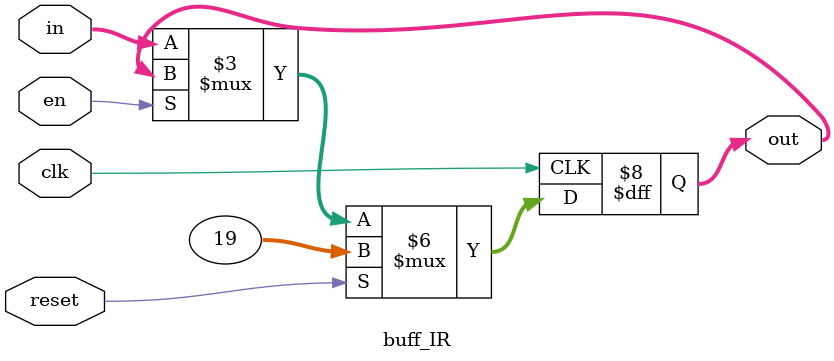
<source format=sv>
module buff_IR (input logic [31:0] in, input logic clk, reset, en, output logic [31:0] out);

    always_ff @(posedge clk)
    begin
        if (reset)
        begin
            out <= 32'h13;
        end
        else if (~en)
        begin
            out <= in;
        end
    end

endmodule
</source>
